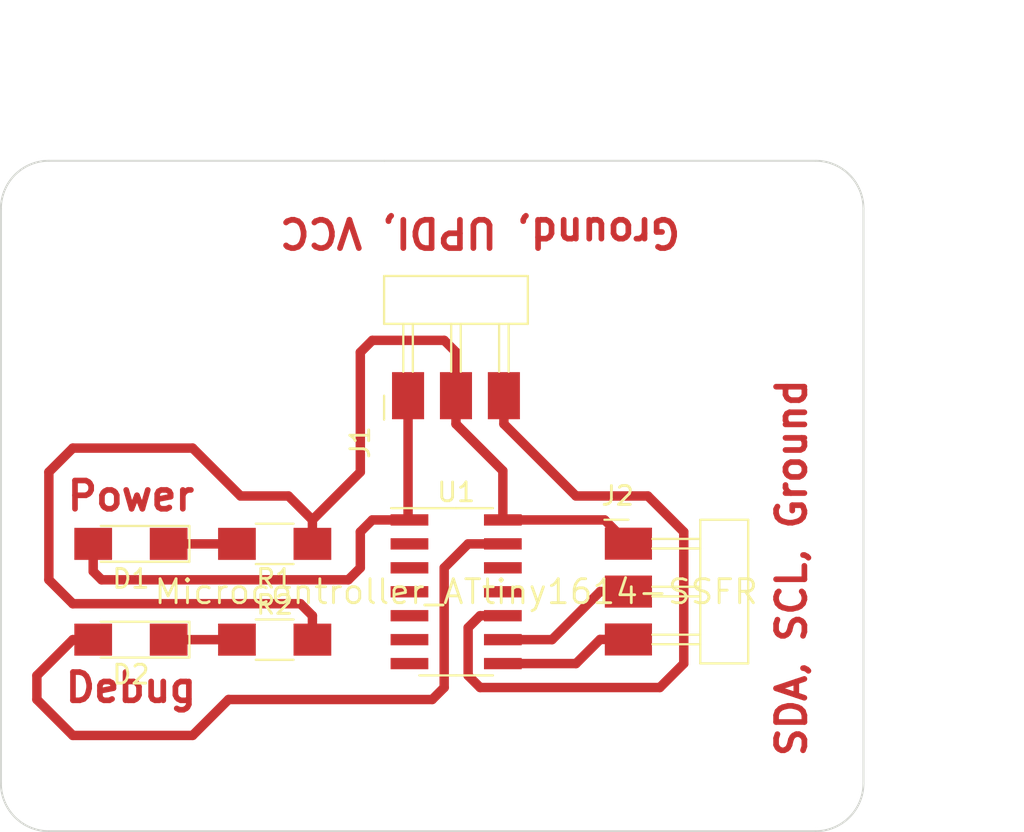
<source format=kicad_pcb>
(kicad_pcb (version 20211014) (generator pcbnew)
  (layers (0 "F.Cu" signal) (31 "B.Cu" signal) (34 "B.Paste" user) (35 "F.Paste" user) (36 "B.SilkS" user "B.Silkscreen") (37 "F.SilkS" user "F.Silkscreen") (38 "B.Mask" user) (39 "F.Mask" user) (44 "Edge.Cuts" user))
  (net 0 "")
  (net 1 "Net-(D1-Pad2)")
  (net 2 "Net-(R1-Pad2)")
  (net 3 "Net-(D2-Pad2)")
  (net 4 "Net-(D2-Pad1)")
  (net 13 "Net-(J1-Pad2)")
  (net 14 "Net-(J1-Pad3)")
  (net 15 "Net-(U1-Pad9)")
  (net 16 "Net-(J2-Pad3)")
  (footprint "fab:R_1206" (layer "F.Cu") (at 179.61 101.6 180)
    (fp_text reference "R1" (at 0 -1.85) (layer "F.SilkS"))
    (fp_text value "R")
    (fp_line (start 1 1.07) (end -1 1.07) (layer "F.SilkS") (width 0.12))
    (fp_line (start -1 -1.07) (end 1 -1.07) (layer "F.SilkS") (width 0.12))
    (pad "1" smd rect locked (at -2 0 180) (size 2 1.7) (layers "F.Cu" "F.Paste" "F.Mask") (net 13 "Net-(J1-Pad2)"))
    (pad "2" smd rect locked (at 2 0 180) (size 2 1.7) (layers "F.Cu" "F.Paste" "F.Mask") (net 2 "Net-(R1-Pad2)"))
  )
  (footprint "fab:SOIC-14_3.9x8.7mm_P1.27mm" (layer "F.Cu") (at 189.23 104.14)
    (fp_text reference "U1" (at 0 -5.28) (layer "F.SilkS"))
    (fp_text value "Microcontroller_ATtiny1614-SSFR" (at 0 0) (layer "F.SilkS") (effects (font (size 1.27 1.27))))
    (fp_line (start 0 4.435) (end -1.95 4.435) (layer "F.SilkS") (width 0.12))
    (fp_line (start 0 4.435) (end 1.95 4.435) (layer "F.SilkS") (width 0.12))
    (fp_line (start 0 -4.435) (end -3.45 -4.435) (layer "F.SilkS") (width 0.12))
    (fp_line (start 0 -4.435) (end 1.95 -4.435) (layer "F.SilkS") (width 0.12))
    (pad "1" smd rect (at -2.475 -3.81) (size 2 0.6) (layers "F.Cu" "F.Paste" "F.Mask") (net 1 "Net-(D1-Pad2)"))
    (pad "2" smd rect (at -2.475 -2.54) (size 2 0.6) (layers "F.Cu" "F.Paste" "F.Mask"))
    (pad "3" smd rect (at -2.475 -1.27) (size 2 0.6) (layers "F.Cu" "F.Paste" "F.Mask"))
    (pad "4" smd rect (at -2.475 0) (size 2 0.6) (layers "F.Cu" "F.Paste" "F.Mask"))
    (pad "5" smd rect (at -2.475 1.27) (size 2 0.6) (layers "F.Cu" "F.Paste" "F.Mask"))
    (pad "6" smd rect (at -2.475 2.54) (size 2 0.6) (layers "F.Cu" "F.Paste" "F.Mask"))
    (pad "7" smd rect (at -2.475 3.81) (size 2 0.6) (layers "F.Cu" "F.Paste" "F.Mask"))
    (pad "8" smd rect (at 2.475 3.81) (size 2 0.6) (layers "F.Cu" "F.Paste" "F.Mask") (net 16 "Net-(J2-Pad3)"))
    (pad "9" smd rect (at 2.475 2.54) (size 2 0.6) (layers "F.Cu" "F.Paste" "F.Mask") (net 15 "Net-(U1-Pad9)"))
    (pad "10" smd rect (at 2.475 1.27) (size 2 0.6) (layers "F.Cu" "F.Paste" "F.Mask") (net 14 "Net-(J1-Pad3)"))
    (pad "11" smd rect (at 2.475 0) (size 2 0.6) (layers "F.Cu" "F.Paste" "F.Mask"))
    (pad "12" smd rect (at 2.475 -1.27) (size 2 0.6) (layers "F.Cu" "F.Paste" "F.Mask"))
    (pad "13" smd rect (at 2.475 -2.54) (size 2 0.6) (layers "F.Cu" "F.Paste" "F.Mask") (net 3 "Net-(D2-Pad2)"))
    (pad "14" smd rect (at 2.475 -3.81) (size 2 0.6) (layers "F.Cu" "F.Paste" "F.Mask") (net 13 "Net-(J1-Pad2)"))
  )
  (footprint "fab:PinHeader_1x03_P2.54mm_Horizontal_SMD" (layer "F.Cu") (at 186.68 93.74 90)
    (fp_text reference "J1" (at -1.524 -2.54 90) (layer "F.SilkS") (effects (justify right)))
    (fp_text value "Conn_PinHeader_1x03_P2.54mm_Horizontal_SMD")
    (fp_line (start -1.27 -1.27) (end 0 -1.27) (layer "F.SilkS") (width 0.12))
    (fp_line (start 3.81 2.286) (end 1.27 2.286) (layer "F.SilkS") (width 0.12))
    (fp_line (start 6.35 6.35) (end 3.81 6.35) (layer "F.SilkS") (width 0.12))
    (fp_line (start 6.35 -1.27) (end 6.35 6.35) (layer "F.SilkS") (width 0.12))
    (fp_line (start 3.81 -0.254) (end 1.27 -0.254) (layer "F.SilkS") (width 0.12))
    (fp_line (start 3.81 0.254) (end 1.27 0.254) (layer "F.SilkS") (width 0.12))
    (fp_line (start 3.81 6.35) (end 3.81 -1.27) (layer "F.SilkS") (width 0.12))
    (fp_line (start 3.81 5.334) (end 1.27 5.334) (layer "F.SilkS") (width 0.12))
    (fp_line (start 3.81 -1.27) (end 6.35 -1.27) (layer "F.SilkS") (width 0.12))
    (fp_line (start 3.81 2.794) (end 1.27 2.794) (layer "F.SilkS") (width 0.12))
    (fp_line (start 3.81 4.826) (end 1.27 4.826) (layer "F.SilkS") (width 0.12))
    (pad "1" smd rect locked (at 0 0 90) (size 2.5 1.7) (layers "F.Cu" "F.Paste" "F.Mask") (net 1 "Net-(D1-Pad2)"))
    (pad "2" smd rect locked (at 0 2.54 90) (size 2.5 1.7) (layers "F.Cu" "F.Paste" "F.Mask") (net 13 "Net-(J1-Pad2)"))
    (pad "3" smd rect locked (at 0 5.08 90) (size 2.5 1.7) (layers "F.Cu" "F.Paste" "F.Mask") (net 14 "Net-(J1-Pad3)"))
  )
  (footprint "fab:PinHeader_1x03_P2.54mm_Horizontal_SMD" (layer "F.Cu") (at 198.36 101.59)
    (fp_text reference "J2" (at -1.524 -2.54 180) (layer "F.SilkS") (effects (justify left)))
    (fp_text value "Conn_PinHeader_1x03_P2.54mm_Horizontal_SMD")
    (fp_line (start -1.27 -1.27) (end 0 -1.27) (layer "F.SilkS") (width 0.12))
    (fp_line (start 3.81 5.334) (end 1.27 5.334) (layer "F.SilkS") (width 0.12))
    (fp_line (start 3.81 -0.254) (end 1.27 -0.254) (layer "F.SilkS") (width 0.12))
    (fp_line (start 6.35 -1.27) (end 6.35 6.35) (layer "F.SilkS") (width 0.12))
    (fp_line (start 3.81 -1.27) (end 6.35 -1.27) (layer "F.SilkS") (width 0.12))
    (fp_line (start 3.81 2.286) (end 1.27 2.286) (layer "F.SilkS") (width 0.12))
    (fp_line (start 6.35 6.35) (end 3.81 6.35) (layer "F.SilkS") (width 0.12))
    (fp_line (start 3.81 6.35) (end 3.81 -1.27) (layer "F.SilkS") (width 0.12))
    (fp_line (start 3.81 0.254) (end 1.27 0.254) (layer "F.SilkS") (width 0.12))
    (fp_line (start 3.81 2.794) (end 1.27 2.794) (layer "F.SilkS") (width 0.12))
    (fp_line (start 3.81 4.826) (end 1.27 4.826) (layer "F.SilkS") (width 0.12))
    (pad "1" smd rect locked (at 0 0) (size 2.5 1.7) (layers "F.Cu" "F.Paste" "F.Mask") (net 13 "Net-(J1-Pad2)"))
    (pad "2" smd rect locked (at 0 2.54) (size 2.5 1.7) (layers "F.Cu" "F.Paste" "F.Mask") (net 15 "Net-(U1-Pad9)"))
    (pad "3" smd rect locked (at 0 5.08) (size 2.5 1.7) (layers "F.Cu" "F.Paste" "F.Mask") (net 16 "Net-(J2-Pad3)"))
  )
  (footprint "fab:LED_1206" (layer "F.Cu") (at 171.99 101.6 180)
    (fp_text reference "D1" (at 0 -1.85) (layer "F.SilkS"))
    (fp_text value "LED")
    (fp_line (start -3.1 0.95) (end 1.6 0.95) (layer "F.SilkS") (width 0.12))
    (fp_line (start -3.1 -0.95) (end -3.1 0.95) (layer "F.SilkS") (width 0.12))
    (fp_line (start -3.1 -0.95) (end 1.6 -0.95) (layer "F.SilkS") (width 0.12))
    (pad "1" smd rect locked (at -2 0 180) (size 2 1.7) (layers "F.Cu" "F.Paste" "F.Mask") (net 2 "Net-(R1-Pad2)"))
    (pad "2" smd rect locked (at 2 0 180) (size 2 1.7) (layers "F.Cu" "F.Paste" "F.Mask") (net 1 "Net-(D1-Pad2)"))
  )
  (footprint "fab:LED_1206" (layer "F.Cu") (at 171.99 106.68 180)
    (fp_text reference "D2" (at 0 -1.85) (layer "F.SilkS"))
    (fp_text value "LED")
    (fp_line (start -3.1 0.95) (end 1.6 0.95) (layer "F.SilkS") (width 0.12))
    (fp_line (start -3.1 -0.95) (end -3.1 0.95) (layer "F.SilkS") (width 0.12))
    (fp_line (start -3.1 -0.95) (end 1.6 -0.95) (layer "F.SilkS") (width 0.12))
    (pad "1" smd rect locked (at -2 0 180) (size 2 1.7) (layers "F.Cu" "F.Paste" "F.Mask") (net 4 "Net-(D2-Pad1)"))
    (pad "2" smd rect locked (at 2 0 180) (size 2 1.7) (layers "F.Cu" "F.Paste" "F.Mask") (net 3 "Net-(D2-Pad2)"))
  )
  (footprint "fab:R_1206" (layer "F.Cu") (at 179.61 106.68)
    (fp_text reference "R2" (at 0 -1.85) (layer "F.SilkS"))
    (fp_text value "R")
    (fp_line (start -1 -1.07) (end 1 -1.07) (layer "F.SilkS") (width 0.12))
    (fp_line (start 1 1.07) (end -1 1.07) (layer "F.SilkS") (width 0.12))
    (pad "1" smd rect locked (at -2 0) (size 2 1.7) (layers "F.Cu" "F.Paste" "F.Mask") (net 4 "Net-(D2-Pad1)"))
    (pad "2" smd rect locked (at 2 0) (size 2 1.7) (layers "F.Cu" "F.Paste" "F.Mask") (net 13 "Net-(J1-Pad2)"))
  )
  (gr_arc (start 210.82 114.3) (mid 210.076051 116.096051) (end 208.28 116.84) (layer "Edge.Cuts") (width 0.1))
  (gr_line (start 165.1 114.3) (end 165.1 83.82) (layer "Edge.Cuts") (width 0.1))
  (gr_line (start 167.64 81.28) (end 185.42 81.28) (layer "Edge.Cuts") (width 0.1))
  (gr_line (start 185.42 81.28) (end 208.28 81.28) (layer "Edge.Cuts") (width 0.1))
  (gr_arc (start 165.1 83.82) (mid 165.843949 82.023949) (end 167.64 81.28) (layer "Edge.Cuts") (width 0.1))
  (gr_arc (start 208.28 81.28) (mid 210.076051 82.023949) (end 210.82 83.82) (layer "Edge.Cuts") (width 0.1))
  (gr_arc (start 167.64 116.84) (mid 165.843949 116.096051) (end 165.1 114.3) (layer "Edge.Cuts") (width 0.1))
  (gr_line (start 208.28 116.84) (end 167.64 116.84) (layer "Edge.Cuts") (width 0.1))
  (gr_line (start 210.82 83.82) (end 210.82 114.3) (layer "Edge.Cuts") (width 0.1))
  (gr_text "Ground, UPDI, VCC" (at 190.5 85.09 180) (layer "F.Cu") (effects (font (size 1.5 1.5) (thickness 0.3))))
  (gr_text "Power" (at 171.99 99.06) (layer "F.Cu") (effects (font (size 1.5 1.5) (thickness 0.3))))
  (gr_text "SDA, SCL, Ground" (at 207.01 102.87 90) (layer "F.Cu") (effects (font (size 1.5 1.5) (thickness 0.3))))
  (gr_text "Debug" (at 171.99 109.22) (layer "F.Cu") (effects (font (size 1.5 1.5) (thickness 0.3))))
  (segment (start 169.99 103.06) (end 169.99 101.6) (width 0.5) (layer "F.Cu") (net 1))
  (segment (start 170.435 103.505) (end 183.515 103.505) (width 0.5) (layer "F.Cu") (net 1))
  (segment (start 184.785 100.33) (end 186.755 100.33) (width 0.5) (layer "F.Cu") (net 1))
  (segment (start 184.15 100.965) (end 184.785 100.33) (width 0.5) (layer "F.Cu") (net 1))
  (segment (start 186.68 93.74) (end 186.68 100.255) (width 0.5) (layer "F.Cu") (net 1))
  (segment (start 186.68 100.255) (end 186.755 100.33) (width 0.5) (layer "F.Cu") (net 1))
  (segment (start 184.15 102.87) (end 184.15 100.965) (width 0.5) (layer "F.Cu") (net 1))
  (segment (start 183.515 103.505) (end 184.15 102.87) (width 0.5) (layer "F.Cu") (net 1))
  (segment (start 170.435 103.505) (end 169.99 103.06) (width 0.5) (layer "F.Cu") (net 1))
  (segment (start 173.99 101.6) (end 177.61 101.6) (width 0.5) (layer "F.Cu") (net 2))
  (segment (start 169.99 106.68) (end 168.91 106.68) (width 0.5) (layer "F.Cu") (net 3))
  (segment (start 189.865 101.6) (end 191.705 101.6) (width 0.5) (layer "F.Cu") (net 3))
  (segment (start 167.005 109.855) (end 168.91 111.76) (width 0.5) (layer "F.Cu") (net 3))
  (segment (start 168.91 111.76) (end 175.26 111.76) (width 0.5) (layer "F.Cu") (net 3))
  (segment (start 168.91 106.68) (end 167.005 108.585) (width 0.5) (layer "F.Cu") (net 3))
  (segment (start 175.26 111.76) (end 177.165 109.855) (width 0.5) (layer "F.Cu") (net 3))
  (segment (start 188.595 109.22) (end 188.595 102.87) (width 0.5) (layer "F.Cu") (net 3))
  (segment (start 187.96 109.855) (end 188.595 109.22) (width 0.5) (layer "F.Cu") (net 3))
  (segment (start 177.165 109.855) (end 187.96 109.855) (width 0.5) (layer "F.Cu") (net 3))
  (segment (start 167.005 108.585) (end 167.005 109.855) (width 0.5) (layer "F.Cu") (net 3))
  (segment (start 188.595 102.87) (end 189.865 101.6) (width 0.5) (layer "F.Cu") (net 3))
  (segment (start 173.99 106.68) (end 177.61 106.68) (width 0.5) (layer "F.Cu") (net 4))
  (segment (start 168.91 96.52) (end 175.26 96.52) (width 0.5) (layer "F.Cu") (net 13))
  (segment (start 181.61 106.68) (end 181.61 105.41) (width 0.5) (layer "F.Cu") (net 13))
  (segment (start 191.76 100.275) (end 191.705 100.33) (width 0.5) (layer "F.Cu") (net 13))
  (segment (start 189.22 91.43) (end 189.22 93.74) (width 0.5) (layer "F.Cu") (net 13))
  (segment (start 167.64 103.505) (end 167.64 97.79) (width 0.5) (layer "F.Cu") (net 13))
  (segment (start 197.1 100.33) (end 198.36 101.59) (width 0.5) (layer "F.Cu") (net 13))
  (segment (start 181.61 100.33) (end 181.61 101.6) (width 0.5) (layer "F.Cu") (net 13))
  (segment (start 184.15 91.44) (end 184.785 90.805) (width 0.5) (layer "F.Cu") (net 13))
  (segment (start 177.8 99.06) (end 180.34 99.06) (width 0.5) (layer "F.Cu") (net 13))
  (segment (start 184.15 97.79) (end 184.15 91.44) (width 0.5) (layer "F.Cu") (net 13))
  (segment (start 167.64 97.79) (end 168.91 96.52) (width 0.5) (layer "F.Cu") (net 13))
  (segment (start 191.705 97.725) (end 191.705 100.33) (width 0.5) (layer "F.Cu") (net 13))
  (segment (start 188.595 90.805) (end 189.22 91.43) (width 0.5) (layer "F.Cu") (net 13))
  (segment (start 191.705 100.33) (end 197.1 100.33) (width 0.5) (layer "F.Cu") (net 13))
  (segment (start 181.61 100.33) (end 184.15 97.79) (width 0.5) (layer "F.Cu") (net 13))
  (segment (start 184.785 90.805) (end 188.595 90.805) (width 0.5) (layer "F.Cu") (net 13))
  (segment (start 189.22 95.24) (end 191.705 97.725) (width 0.5) (layer "F.Cu") (net 13))
  (segment (start 180.34 99.06) (end 181.61 100.33) (width 0.5) (layer "F.Cu") (net 13))
  (segment (start 189.22 93.74) (end 189.22 95.24) (width 0.5) (layer "F.Cu") (net 13))
  (segment (start 168.91 104.775) (end 167.64 103.505) (width 0.5) (layer "F.Cu") (net 13))
  (segment (start 180.975 104.775) (end 168.91 104.775) (width 0.5) (layer "F.Cu") (net 13))
  (segment (start 181.61 105.41) (end 180.975 104.775) (width 0.5) (layer "F.Cu") (net 13))
  (segment (start 175.26 96.52) (end 177.8 99.06) (width 0.5) (layer "F.Cu") (net 13))
  (segment (start 191.76 95.24) (end 195.58 99.06) (width 0.5) (layer "F.Cu") (net 14))
  (segment (start 189.865 108.585) (end 189.865 106.045) (width 0.5) (layer "F.Cu") (net 14))
  (segment (start 201.295 107.95) (end 200.025 109.22) (width 0.5) (layer "F.Cu") (net 14))
  (segment (start 201.295 100.965) (end 201.295 107.95) (width 0.5) (layer "F.Cu") (net 14))
  (segment (start 189.865 106.045) (end 190.5 105.41) (width 0.5) (layer "F.Cu") (net 14))
  (segment (start 199.39 99.06) (end 201.295 100.965) (width 0.5) (layer "F.Cu") (net 14))
  (segment (start 200.025 109.22) (end 190.5 109.22) (width 0.5) (layer "F.Cu") (net 14))
  (segment (start 191.76 93.74) (end 191.76 95.24) (width 0.5) (layer "F.Cu") (net 14))
  (segment (start 190.5 109.22) (end 189.865 108.585) (width 0.5) (layer "F.Cu") (net 14))
  (segment (start 195.58 99.06) (end 199.39 99.06) (width 0.5) (layer "F.Cu") (net 14))
  (segment (start 190.5 105.41) (end 191.705 105.41) (width 0.5) (layer "F.Cu") (net 14))
  (segment (start 194.31 106.68) (end 196.86 104.13) (width 0.5) (layer "F.Cu") (net 15))
  (segment (start 191.705 106.68) (end 194.31 106.68) (width 0.5) (layer "F.Cu") (net 15))
  (segment (start 196.86 104.13) (end 198.36 104.13) (width 0.5) (layer "F.Cu") (net 15))
  (segment (start 198.36 106.67) (end 196.86 106.67) (width 0.5) (layer "F.Cu") (net 16))
  (segment (start 196.86 106.67) (end 195.58 107.95) (width 0.5) (layer "F.Cu") (net 16))
  (segment (start 195.58 107.95) (end 191.705 107.95) (width 0.5) (layer "F.Cu") (net 16))
)
</source>
